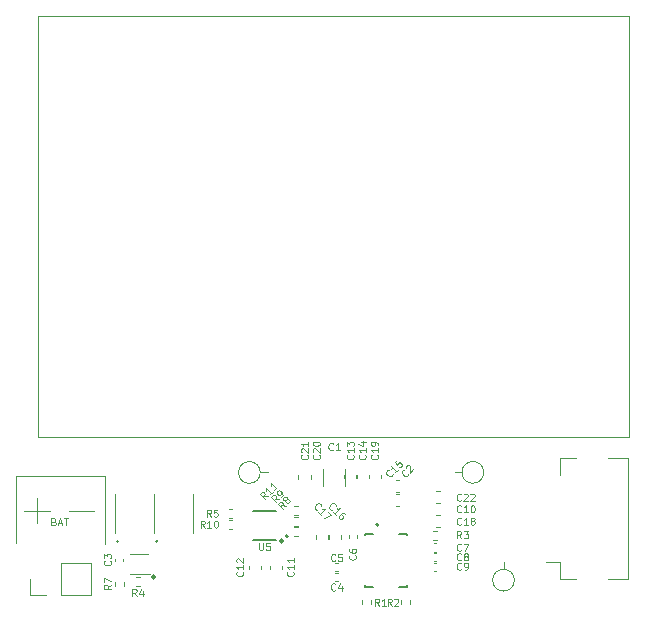
<source format=gbr>
%TF.GenerationSoftware,KiCad,Pcbnew,(5.1.8)-1*%
%TF.CreationDate,2021-09-17T09:19:24+08:00*%
%TF.ProjectId,WirelessPower,57697265-6c65-4737-9350-6f7765722e6b,rev?*%
%TF.SameCoordinates,Original*%
%TF.FileFunction,Legend,Top*%
%TF.FilePolarity,Positive*%
%FSLAX46Y46*%
G04 Gerber Fmt 4.6, Leading zero omitted, Abs format (unit mm)*
G04 Created by KiCad (PCBNEW (5.1.8)-1) date 2021-09-17 09:19:24*
%MOMM*%
%LPD*%
G01*
G04 APERTURE LIST*
%ADD10C,0.150000*%
%ADD11C,0.120000*%
%ADD12C,0.200000*%
%ADD13C,0.127000*%
%ADD14C,0.100000*%
G04 APERTURE END LIST*
D10*
X155385529Y-117850000D02*
G75*
G03*
X155385529Y-117850000I-165529J0D01*
G01*
X144555529Y-120920000D02*
G75*
G03*
X144555529Y-120920000I-165529J0D01*
G01*
D11*
X137210000Y-115290000D02*
X139370000Y-115290000D01*
X133440000Y-115290000D02*
X135600000Y-115290000D01*
X134510000Y-116370000D02*
X134510000Y-114210000D01*
X140240000Y-112320000D02*
X140240000Y-118110000D01*
X132740000Y-112320000D02*
X140240000Y-112320000D01*
X132740000Y-112320000D02*
X132740000Y-118020000D01*
X134610000Y-109080000D02*
X184610000Y-109080000D01*
X184610000Y-73390000D02*
X184610000Y-109080000D01*
X134610000Y-73390000D02*
X134610000Y-109080000D01*
X134610000Y-73390000D02*
X184610000Y-73390000D01*
D12*
%TO.C,U5*%
X155770000Y-117459999D02*
G75*
G03*
X155770000Y-117459999I-100000J0D01*
G01*
D13*
X154770000Y-115329999D02*
X152770000Y-115329999D01*
X154770000Y-117789999D02*
X152770000Y-117789999D01*
%TO.C,U2*%
X162320000Y-117380000D02*
X162320000Y-117230000D01*
X162320000Y-117230000D02*
X162970000Y-117230000D01*
X165170000Y-117230000D02*
X165820000Y-117230000D01*
X165820000Y-117230000D02*
X165820000Y-117380000D01*
X162320000Y-121580000D02*
X162320000Y-121730000D01*
X162320000Y-121730000D02*
X162970000Y-121730000D01*
X165170000Y-121730000D02*
X165820000Y-121730000D01*
X165820000Y-121730000D02*
X165820000Y-121580000D01*
D12*
X163420000Y-116480000D02*
G75*
G03*
X163420000Y-116480000I-100000J0D01*
G01*
D11*
%TO.C,C22*%
X168610580Y-113620000D02*
X168329420Y-113620000D01*
X168610580Y-114640000D02*
X168329420Y-114640000D01*
%TO.C,J6*%
X172330000Y-112050000D02*
G75*
G03*
X172330000Y-112050000I-920000J0D01*
G01*
X170490000Y-112050000D02*
X169870000Y-112050000D01*
D14*
%TO.C,C21*%
X157670000Y-112289420D02*
X157670000Y-112570580D01*
X156650000Y-112289420D02*
X156650000Y-112570580D01*
%TO.C,C20*%
X158702500Y-112289420D02*
X158702500Y-112570580D01*
X157682500Y-112289420D02*
X157682500Y-112570580D01*
%TO.C,C19*%
X163630000Y-112269420D02*
X163630000Y-112550580D01*
X162610000Y-112269420D02*
X162610000Y-112550580D01*
%TO.C,C15*%
X164879420Y-112670001D02*
X165160580Y-112670001D01*
X164879420Y-113690001D02*
X165160580Y-113690001D01*
%TO.C,C14*%
X162590000Y-112269420D02*
X162590000Y-112550580D01*
X161570000Y-112269420D02*
X161570000Y-112550580D01*
%TO.C,C13*%
X161550000Y-112279420D02*
X161550000Y-112560580D01*
X160530000Y-112279420D02*
X160530000Y-112560580D01*
%TO.C,C2*%
X164879422Y-113900000D02*
X165160582Y-113900000D01*
X164879422Y-114920000D02*
X165160582Y-114920000D01*
%TO.C,C1*%
X160560000Y-111738748D02*
X160560000Y-113161252D01*
X158740000Y-111738748D02*
X158740000Y-113161252D01*
%TO.C,J7*%
X178780000Y-119620000D02*
X177580000Y-119620000D01*
X184580000Y-110810000D02*
X182840000Y-110810000D01*
X184580000Y-121110000D02*
X184580000Y-110810000D01*
X182840000Y-121110000D02*
X184580000Y-121110000D01*
X178780000Y-110810000D02*
X180120000Y-110810000D01*
X178780000Y-112300000D02*
X178780000Y-110810000D01*
X178780000Y-121110000D02*
X180120000Y-121110000D01*
X178780000Y-119620000D02*
X178780000Y-121110000D01*
%TO.C,C18*%
X168610580Y-116710000D02*
X168329420Y-116710000D01*
X168610580Y-115690000D02*
X168329420Y-115690000D01*
%TO.C,C17*%
X159130000Y-117379420D02*
X159130000Y-117660580D01*
X158110000Y-117379420D02*
X158110000Y-117660580D01*
%TO.C,C16*%
X160290000Y-117379420D02*
X160290000Y-117660580D01*
X159270000Y-117379420D02*
X159270000Y-117660580D01*
%TO.C,C10*%
X168610580Y-115670000D02*
X168329420Y-115670000D01*
X168610580Y-114650000D02*
X168329420Y-114650000D01*
%TO.C,C9*%
X168092164Y-119690000D02*
X168307836Y-119690000D01*
X168092164Y-120410000D02*
X168307836Y-120410000D01*
%TO.C,C8*%
X168092164Y-118870000D02*
X168307836Y-118870000D01*
X168092164Y-119590000D02*
X168307836Y-119590000D01*
%TO.C,C5*%
X159772164Y-119720000D02*
X159987836Y-119720000D01*
X159772164Y-120440000D02*
X159987836Y-120440000D01*
%TO.C,C4*%
X159772164Y-120540000D02*
X159987836Y-120540000D01*
X159772164Y-121260000D02*
X159987836Y-121260000D01*
%TO.C,C7*%
X168092164Y-118050000D02*
X168307836Y-118050000D01*
X168092164Y-118770000D02*
X168307836Y-118770000D01*
%TO.C,C6*%
X161620000Y-117372164D02*
X161620000Y-117587836D01*
X160900000Y-117372164D02*
X160900000Y-117587836D01*
%TO.C,R3*%
X168056359Y-117750000D02*
X168363641Y-117750000D01*
X168056359Y-116990000D02*
X168363641Y-116990000D01*
%TO.C,TH2*%
X153410000Y-112060000D02*
X154030000Y-112060000D01*
X153410000Y-112060000D02*
G75*
G03*
X153410000Y-112060000I-920000J0D01*
G01*
%TO.C,TH1*%
X174010000Y-120260000D02*
X174010000Y-119640000D01*
X174930000Y-121180000D02*
G75*
G03*
X174930000Y-121180000I-920000J0D01*
G01*
%TO.C,R11*%
X156306358Y-115630000D02*
X156613640Y-115630000D01*
X156306358Y-114870000D02*
X156613640Y-114870000D01*
%TO.C,R10*%
X151033641Y-116079999D02*
X150726359Y-116079999D01*
X151033641Y-116839999D02*
X150726359Y-116839999D01*
%TO.C,R9*%
X156306359Y-116550000D02*
X156613641Y-116550000D01*
X156306359Y-115790000D02*
X156613641Y-115790000D01*
%TO.C,R8*%
X156306359Y-117470000D02*
X156613641Y-117470000D01*
X156306359Y-116710000D02*
X156613641Y-116710000D01*
%TO.C,R5*%
X151033641Y-115160000D02*
X150726359Y-115160000D01*
X151033641Y-115920000D02*
X150726359Y-115920000D01*
%TO.C,R2*%
X165340000Y-122896359D02*
X165340000Y-123203641D01*
X166100000Y-122896359D02*
X166100000Y-123203641D01*
%TO.C,R1*%
X162800000Y-123203640D02*
X162800000Y-122896358D01*
X162040000Y-123203640D02*
X162040000Y-122896358D01*
%TO.C,C12*%
X152430000Y-119939420D02*
X152430000Y-120220580D01*
X153450000Y-119939420D02*
X153450000Y-120220580D01*
%TO.C,C11*%
X155280000Y-120220580D02*
X155280000Y-119939420D01*
X154260000Y-120220580D02*
X154260000Y-119939420D01*
%TO.C,BAT*%
X139120000Y-122420000D02*
X139120000Y-119760000D01*
X136520000Y-122420000D02*
X139120000Y-122420000D01*
X136520000Y-119760000D02*
X139120000Y-119760000D01*
X136520000Y-122420000D02*
X136520000Y-119760000D01*
X135250000Y-122420000D02*
X133920000Y-122420000D01*
X133920000Y-122420000D02*
X133920000Y-121090000D01*
%TO.C,R7*%
X141100000Y-121633641D02*
X141100000Y-121326359D01*
X141860000Y-121633641D02*
X141860000Y-121326359D01*
%TO.C,R4*%
X142896359Y-120890000D02*
X143203641Y-120890000D01*
X142896359Y-121650000D02*
X143203641Y-121650000D01*
%TO.C,C3*%
X141110000Y-119557836D02*
X141110000Y-119342164D01*
X141830000Y-119557836D02*
X141830000Y-119342164D01*
%TO.C,U4*%
X144380000Y-117180000D02*
X144380000Y-113880000D01*
X141080000Y-117180000D02*
X141080000Y-113880000D01*
X141430000Y-117880000D02*
G75*
G03*
X141430000Y-117880000I-100000J0D01*
G01*
%TO.C,U3*%
X147690000Y-117179999D02*
X147690000Y-113879999D01*
X144390000Y-117179999D02*
X144390000Y-113879999D01*
X144740000Y-117879999D02*
G75*
G03*
X144740000Y-117879999I-100000J0D01*
G01*
%TO.C,U1*%
X143904999Y-118960000D02*
X142354999Y-118960000D01*
X144054999Y-120660000D02*
X142354999Y-120660000D01*
%TO.C,U5*%
X153312857Y-118031428D02*
X153312857Y-118517142D01*
X153341428Y-118574285D01*
X153370000Y-118602857D01*
X153427142Y-118631428D01*
X153541428Y-118631428D01*
X153598571Y-118602857D01*
X153627142Y-118574285D01*
X153655714Y-118517142D01*
X153655714Y-118031428D01*
X154227142Y-118031428D02*
X153941428Y-118031428D01*
X153912857Y-118317142D01*
X153941428Y-118288571D01*
X153998571Y-118260000D01*
X154141428Y-118260000D01*
X154198571Y-118288571D01*
X154227142Y-118317142D01*
X154255714Y-118374285D01*
X154255714Y-118517142D01*
X154227142Y-118574285D01*
X154198571Y-118602857D01*
X154141428Y-118631428D01*
X153998571Y-118631428D01*
X153941428Y-118602857D01*
X153912857Y-118574285D01*
%TO.C,C22*%
X170414285Y-114384285D02*
X170385714Y-114412857D01*
X170300000Y-114441428D01*
X170242857Y-114441428D01*
X170157142Y-114412857D01*
X170100000Y-114355714D01*
X170071428Y-114298571D01*
X170042857Y-114184285D01*
X170042857Y-114098571D01*
X170071428Y-113984285D01*
X170100000Y-113927142D01*
X170157142Y-113870000D01*
X170242857Y-113841428D01*
X170300000Y-113841428D01*
X170385714Y-113870000D01*
X170414285Y-113898571D01*
X170642857Y-113898571D02*
X170671428Y-113870000D01*
X170728571Y-113841428D01*
X170871428Y-113841428D01*
X170928571Y-113870000D01*
X170957142Y-113898571D01*
X170985714Y-113955714D01*
X170985714Y-114012857D01*
X170957142Y-114098571D01*
X170614285Y-114441428D01*
X170985714Y-114441428D01*
X171214285Y-113898571D02*
X171242857Y-113870000D01*
X171300000Y-113841428D01*
X171442857Y-113841428D01*
X171500000Y-113870000D01*
X171528571Y-113898571D01*
X171557142Y-113955714D01*
X171557142Y-114012857D01*
X171528571Y-114098571D01*
X171185714Y-114441428D01*
X171557142Y-114441428D01*
%TO.C,C21*%
X157394285Y-110585714D02*
X157422857Y-110614285D01*
X157451428Y-110700000D01*
X157451428Y-110757142D01*
X157422857Y-110842857D01*
X157365714Y-110900000D01*
X157308571Y-110928571D01*
X157194285Y-110957142D01*
X157108571Y-110957142D01*
X156994285Y-110928571D01*
X156937142Y-110900000D01*
X156880000Y-110842857D01*
X156851428Y-110757142D01*
X156851428Y-110700000D01*
X156880000Y-110614285D01*
X156908571Y-110585714D01*
X156908571Y-110357142D02*
X156880000Y-110328571D01*
X156851428Y-110271428D01*
X156851428Y-110128571D01*
X156880000Y-110071428D01*
X156908571Y-110042857D01*
X156965714Y-110014285D01*
X157022857Y-110014285D01*
X157108571Y-110042857D01*
X157451428Y-110385714D01*
X157451428Y-110014285D01*
X157451428Y-109442857D02*
X157451428Y-109785714D01*
X157451428Y-109614285D02*
X156851428Y-109614285D01*
X156937142Y-109671428D01*
X156994285Y-109728571D01*
X157022857Y-109785714D01*
%TO.C,C20*%
X158404285Y-110585714D02*
X158432857Y-110614285D01*
X158461428Y-110700000D01*
X158461428Y-110757142D01*
X158432857Y-110842857D01*
X158375714Y-110900000D01*
X158318571Y-110928571D01*
X158204285Y-110957142D01*
X158118571Y-110957142D01*
X158004285Y-110928571D01*
X157947142Y-110900000D01*
X157890000Y-110842857D01*
X157861428Y-110757142D01*
X157861428Y-110700000D01*
X157890000Y-110614285D01*
X157918571Y-110585714D01*
X157918571Y-110357142D02*
X157890000Y-110328571D01*
X157861428Y-110271428D01*
X157861428Y-110128571D01*
X157890000Y-110071428D01*
X157918571Y-110042857D01*
X157975714Y-110014285D01*
X158032857Y-110014285D01*
X158118571Y-110042857D01*
X158461428Y-110385714D01*
X158461428Y-110014285D01*
X157861428Y-109642857D02*
X157861428Y-109585714D01*
X157890000Y-109528571D01*
X157918571Y-109500000D01*
X157975714Y-109471428D01*
X158090000Y-109442857D01*
X158232857Y-109442857D01*
X158347142Y-109471428D01*
X158404285Y-109500000D01*
X158432857Y-109528571D01*
X158461428Y-109585714D01*
X158461428Y-109642857D01*
X158432857Y-109700000D01*
X158404285Y-109728571D01*
X158347142Y-109757142D01*
X158232857Y-109785714D01*
X158090000Y-109785714D01*
X157975714Y-109757142D01*
X157918571Y-109728571D01*
X157890000Y-109700000D01*
X157861428Y-109642857D01*
%TO.C,C19*%
X163324285Y-110585714D02*
X163352857Y-110614285D01*
X163381428Y-110700000D01*
X163381428Y-110757142D01*
X163352857Y-110842857D01*
X163295714Y-110900000D01*
X163238571Y-110928571D01*
X163124285Y-110957142D01*
X163038571Y-110957142D01*
X162924285Y-110928571D01*
X162867142Y-110900000D01*
X162810000Y-110842857D01*
X162781428Y-110757142D01*
X162781428Y-110700000D01*
X162810000Y-110614285D01*
X162838571Y-110585714D01*
X163381428Y-110014285D02*
X163381428Y-110357142D01*
X163381428Y-110185714D02*
X162781428Y-110185714D01*
X162867142Y-110242857D01*
X162924285Y-110300000D01*
X162952857Y-110357142D01*
X163381428Y-109728571D02*
X163381428Y-109614285D01*
X163352857Y-109557142D01*
X163324285Y-109528571D01*
X163238571Y-109471428D01*
X163124285Y-109442857D01*
X162895714Y-109442857D01*
X162838571Y-109471428D01*
X162810000Y-109500000D01*
X162781428Y-109557142D01*
X162781428Y-109671428D01*
X162810000Y-109728571D01*
X162838571Y-109757142D01*
X162895714Y-109785714D01*
X163038571Y-109785714D01*
X163095714Y-109757142D01*
X163124285Y-109728571D01*
X163152857Y-109671428D01*
X163152857Y-109557142D01*
X163124285Y-109500000D01*
X163095714Y-109471428D01*
X163038571Y-109442857D01*
%TO.C,C15*%
X164618781Y-112174264D02*
X164618781Y-112214670D01*
X164578375Y-112295482D01*
X164537969Y-112335888D01*
X164457157Y-112376294D01*
X164376345Y-112376294D01*
X164315735Y-112356091D01*
X164214720Y-112295482D01*
X164154111Y-112234873D01*
X164093502Y-112133857D01*
X164073299Y-112073248D01*
X164073299Y-111992436D01*
X164113705Y-111911624D01*
X164154111Y-111871218D01*
X164234923Y-111830812D01*
X164275329Y-111830812D01*
X165063248Y-111810609D02*
X164820812Y-112053045D01*
X164942030Y-111931827D02*
X164517766Y-111507563D01*
X164537969Y-111608578D01*
X164537969Y-111689390D01*
X164517766Y-111750000D01*
X165022842Y-111002487D02*
X164820812Y-111204517D01*
X165002639Y-111426751D01*
X165002639Y-111386345D01*
X165022842Y-111325735D01*
X165123857Y-111224720D01*
X165184467Y-111204517D01*
X165224873Y-111204517D01*
X165285482Y-111224720D01*
X165386497Y-111325735D01*
X165406700Y-111386345D01*
X165406700Y-111426751D01*
X165386497Y-111487360D01*
X165285482Y-111588375D01*
X165224873Y-111608578D01*
X165184467Y-111608578D01*
%TO.C,C14*%
X162284285Y-110585714D02*
X162312857Y-110614285D01*
X162341428Y-110700000D01*
X162341428Y-110757142D01*
X162312857Y-110842857D01*
X162255714Y-110900000D01*
X162198571Y-110928571D01*
X162084285Y-110957142D01*
X161998571Y-110957142D01*
X161884285Y-110928571D01*
X161827142Y-110900000D01*
X161770000Y-110842857D01*
X161741428Y-110757142D01*
X161741428Y-110700000D01*
X161770000Y-110614285D01*
X161798571Y-110585714D01*
X162341428Y-110014285D02*
X162341428Y-110357142D01*
X162341428Y-110185714D02*
X161741428Y-110185714D01*
X161827142Y-110242857D01*
X161884285Y-110300000D01*
X161912857Y-110357142D01*
X161941428Y-109500000D02*
X162341428Y-109500000D01*
X161712857Y-109642857D02*
X162141428Y-109785714D01*
X162141428Y-109414285D01*
%TO.C,C13*%
X161264285Y-110585714D02*
X161292857Y-110614285D01*
X161321428Y-110700000D01*
X161321428Y-110757142D01*
X161292857Y-110842857D01*
X161235714Y-110900000D01*
X161178571Y-110928571D01*
X161064285Y-110957142D01*
X160978571Y-110957142D01*
X160864285Y-110928571D01*
X160807142Y-110900000D01*
X160750000Y-110842857D01*
X160721428Y-110757142D01*
X160721428Y-110700000D01*
X160750000Y-110614285D01*
X160778571Y-110585714D01*
X161321428Y-110014285D02*
X161321428Y-110357142D01*
X161321428Y-110185714D02*
X160721428Y-110185714D01*
X160807142Y-110242857D01*
X160864285Y-110300000D01*
X160892857Y-110357142D01*
X160721428Y-109814285D02*
X160721428Y-109442857D01*
X160950000Y-109642857D01*
X160950000Y-109557142D01*
X160978571Y-109500000D01*
X161007142Y-109471428D01*
X161064285Y-109442857D01*
X161207142Y-109442857D01*
X161264285Y-109471428D01*
X161292857Y-109500000D01*
X161321428Y-109557142D01*
X161321428Y-109728571D01*
X161292857Y-109785714D01*
X161264285Y-109814285D01*
%TO.C,C2*%
X165940812Y-112162233D02*
X165940812Y-112202639D01*
X165900406Y-112283451D01*
X165859999Y-112323857D01*
X165779187Y-112364264D01*
X165698375Y-112364264D01*
X165637766Y-112344061D01*
X165536751Y-112283451D01*
X165476142Y-112222842D01*
X165415532Y-112121827D01*
X165395329Y-112061218D01*
X165395329Y-111980406D01*
X165435735Y-111899593D01*
X165476142Y-111859187D01*
X165556954Y-111818781D01*
X165597360Y-111818781D01*
X165758984Y-111657157D02*
X165758984Y-111616751D01*
X165779187Y-111556142D01*
X165880203Y-111455126D01*
X165940812Y-111434923D01*
X165981218Y-111434923D01*
X166041827Y-111455126D01*
X166082233Y-111495532D01*
X166122639Y-111576345D01*
X166122639Y-112061218D01*
X166385279Y-111798578D01*
%TO.C,C1*%
X159560000Y-110114285D02*
X159531428Y-110142857D01*
X159445714Y-110171428D01*
X159388571Y-110171428D01*
X159302857Y-110142857D01*
X159245714Y-110085714D01*
X159217142Y-110028571D01*
X159188571Y-109914285D01*
X159188571Y-109828571D01*
X159217142Y-109714285D01*
X159245714Y-109657142D01*
X159302857Y-109600000D01*
X159388571Y-109571428D01*
X159445714Y-109571428D01*
X159531428Y-109600000D01*
X159560000Y-109628571D01*
X160131428Y-110171428D02*
X159788571Y-110171428D01*
X159960000Y-110171428D02*
X159960000Y-109571428D01*
X159902857Y-109657142D01*
X159845714Y-109714285D01*
X159788571Y-109742857D01*
%TO.C,C18*%
X170424285Y-116424285D02*
X170395714Y-116452857D01*
X170310000Y-116481428D01*
X170252857Y-116481428D01*
X170167142Y-116452857D01*
X170110000Y-116395714D01*
X170081428Y-116338571D01*
X170052857Y-116224285D01*
X170052857Y-116138571D01*
X170081428Y-116024285D01*
X170110000Y-115967142D01*
X170167142Y-115910000D01*
X170252857Y-115881428D01*
X170310000Y-115881428D01*
X170395714Y-115910000D01*
X170424285Y-115938571D01*
X170995714Y-116481428D02*
X170652857Y-116481428D01*
X170824285Y-116481428D02*
X170824285Y-115881428D01*
X170767142Y-115967142D01*
X170710000Y-116024285D01*
X170652857Y-116052857D01*
X171338571Y-116138571D02*
X171281428Y-116110000D01*
X171252857Y-116081428D01*
X171224285Y-116024285D01*
X171224285Y-115995714D01*
X171252857Y-115938571D01*
X171281428Y-115910000D01*
X171338571Y-115881428D01*
X171452857Y-115881428D01*
X171510000Y-115910000D01*
X171538571Y-115938571D01*
X171567142Y-115995714D01*
X171567142Y-116024285D01*
X171538571Y-116081428D01*
X171510000Y-116110000D01*
X171452857Y-116138571D01*
X171338571Y-116138571D01*
X171281428Y-116167142D01*
X171252857Y-116195714D01*
X171224285Y-116252857D01*
X171224285Y-116367142D01*
X171252857Y-116424285D01*
X171281428Y-116452857D01*
X171338571Y-116481428D01*
X171452857Y-116481428D01*
X171510000Y-116452857D01*
X171538571Y-116424285D01*
X171567142Y-116367142D01*
X171567142Y-116252857D01*
X171538571Y-116195714D01*
X171510000Y-116167142D01*
X171452857Y-116138571D01*
%TO.C,C17*%
X158215735Y-115218781D02*
X158175329Y-115218781D01*
X158094517Y-115178375D01*
X158054111Y-115137969D01*
X158013705Y-115057157D01*
X158013705Y-114976345D01*
X158033908Y-114915735D01*
X158094517Y-114814720D01*
X158155126Y-114754111D01*
X158256142Y-114693502D01*
X158316751Y-114673299D01*
X158397563Y-114673299D01*
X158478375Y-114713705D01*
X158518781Y-114754111D01*
X158559187Y-114834923D01*
X158559187Y-114875329D01*
X158579390Y-115663248D02*
X158336954Y-115420812D01*
X158458172Y-115542030D02*
X158882436Y-115117766D01*
X158781421Y-115137969D01*
X158700609Y-115137969D01*
X158640000Y-115117766D01*
X159145076Y-115380406D02*
X159427918Y-115663248D01*
X158821827Y-115905685D01*
%TO.C,C16*%
X159465735Y-115198781D02*
X159425329Y-115198781D01*
X159344517Y-115158375D01*
X159304111Y-115117969D01*
X159263705Y-115037157D01*
X159263705Y-114956345D01*
X159283908Y-114895735D01*
X159344517Y-114794720D01*
X159405126Y-114734111D01*
X159506142Y-114673502D01*
X159566751Y-114653299D01*
X159647563Y-114653299D01*
X159728375Y-114693705D01*
X159768781Y-114734111D01*
X159809187Y-114814923D01*
X159809187Y-114855329D01*
X159829390Y-115643248D02*
X159586954Y-115400812D01*
X159708172Y-115522030D02*
X160132436Y-115097766D01*
X160031421Y-115117969D01*
X159950609Y-115117969D01*
X159890000Y-115097766D01*
X160617309Y-115582639D02*
X160536497Y-115501827D01*
X160475888Y-115481624D01*
X160435482Y-115481624D01*
X160334467Y-115501827D01*
X160233451Y-115562436D01*
X160071827Y-115724061D01*
X160051624Y-115784670D01*
X160051624Y-115825076D01*
X160071827Y-115885685D01*
X160152639Y-115966497D01*
X160213248Y-115986700D01*
X160253654Y-115986700D01*
X160314264Y-115966497D01*
X160415279Y-115865482D01*
X160435482Y-115804873D01*
X160435482Y-115764467D01*
X160415279Y-115703857D01*
X160334467Y-115623045D01*
X160273857Y-115602842D01*
X160233451Y-115602842D01*
X160172842Y-115623045D01*
%TO.C,C10*%
X170424285Y-115384285D02*
X170395714Y-115412857D01*
X170310000Y-115441428D01*
X170252857Y-115441428D01*
X170167142Y-115412857D01*
X170110000Y-115355714D01*
X170081428Y-115298571D01*
X170052857Y-115184285D01*
X170052857Y-115098571D01*
X170081428Y-114984285D01*
X170110000Y-114927142D01*
X170167142Y-114870000D01*
X170252857Y-114841428D01*
X170310000Y-114841428D01*
X170395714Y-114870000D01*
X170424285Y-114898571D01*
X170995714Y-115441428D02*
X170652857Y-115441428D01*
X170824285Y-115441428D02*
X170824285Y-114841428D01*
X170767142Y-114927142D01*
X170710000Y-114984285D01*
X170652857Y-115012857D01*
X171367142Y-114841428D02*
X171424285Y-114841428D01*
X171481428Y-114870000D01*
X171510000Y-114898571D01*
X171538571Y-114955714D01*
X171567142Y-115070000D01*
X171567142Y-115212857D01*
X171538571Y-115327142D01*
X171510000Y-115384285D01*
X171481428Y-115412857D01*
X171424285Y-115441428D01*
X171367142Y-115441428D01*
X171310000Y-115412857D01*
X171281428Y-115384285D01*
X171252857Y-115327142D01*
X171224285Y-115212857D01*
X171224285Y-115070000D01*
X171252857Y-114955714D01*
X171281428Y-114898571D01*
X171310000Y-114870000D01*
X171367142Y-114841428D01*
%TO.C,C9*%
X170424286Y-120244285D02*
X170395714Y-120272857D01*
X170310000Y-120301428D01*
X170252857Y-120301428D01*
X170167143Y-120272857D01*
X170110000Y-120215714D01*
X170081428Y-120158571D01*
X170052857Y-120044285D01*
X170052857Y-119958571D01*
X170081428Y-119844285D01*
X170110000Y-119787142D01*
X170167143Y-119730000D01*
X170252857Y-119701428D01*
X170310000Y-119701428D01*
X170395714Y-119730000D01*
X170424286Y-119758571D01*
X170710000Y-120301428D02*
X170824286Y-120301428D01*
X170881428Y-120272857D01*
X170910000Y-120244285D01*
X170967143Y-120158571D01*
X170995714Y-120044285D01*
X170995714Y-119815714D01*
X170967143Y-119758571D01*
X170938571Y-119730000D01*
X170881428Y-119701428D01*
X170767143Y-119701428D01*
X170710000Y-119730000D01*
X170681428Y-119758571D01*
X170652857Y-119815714D01*
X170652857Y-119958571D01*
X170681428Y-120015714D01*
X170710000Y-120044285D01*
X170767143Y-120072857D01*
X170881428Y-120072857D01*
X170938571Y-120044285D01*
X170967143Y-120015714D01*
X170995714Y-119958571D01*
%TO.C,C8*%
X170424286Y-119434285D02*
X170395714Y-119462857D01*
X170310000Y-119491428D01*
X170252857Y-119491428D01*
X170167143Y-119462857D01*
X170110000Y-119405714D01*
X170081428Y-119348571D01*
X170052857Y-119234285D01*
X170052857Y-119148571D01*
X170081428Y-119034285D01*
X170110000Y-118977142D01*
X170167143Y-118920000D01*
X170252857Y-118891428D01*
X170310000Y-118891428D01*
X170395714Y-118920000D01*
X170424286Y-118948571D01*
X170767143Y-119148571D02*
X170710000Y-119120000D01*
X170681428Y-119091428D01*
X170652857Y-119034285D01*
X170652857Y-119005714D01*
X170681428Y-118948571D01*
X170710000Y-118920000D01*
X170767143Y-118891428D01*
X170881428Y-118891428D01*
X170938571Y-118920000D01*
X170967143Y-118948571D01*
X170995714Y-119005714D01*
X170995714Y-119034285D01*
X170967143Y-119091428D01*
X170938571Y-119120000D01*
X170881428Y-119148571D01*
X170767143Y-119148571D01*
X170710000Y-119177142D01*
X170681428Y-119205714D01*
X170652857Y-119262857D01*
X170652857Y-119377142D01*
X170681428Y-119434285D01*
X170710000Y-119462857D01*
X170767143Y-119491428D01*
X170881428Y-119491428D01*
X170938571Y-119462857D01*
X170967143Y-119434285D01*
X170995714Y-119377142D01*
X170995714Y-119262857D01*
X170967143Y-119205714D01*
X170938571Y-119177142D01*
X170881428Y-119148571D01*
%TO.C,C5*%
X159780000Y-119504285D02*
X159751428Y-119532857D01*
X159665714Y-119561428D01*
X159608571Y-119561428D01*
X159522857Y-119532857D01*
X159465714Y-119475714D01*
X159437142Y-119418571D01*
X159408571Y-119304285D01*
X159408571Y-119218571D01*
X159437142Y-119104285D01*
X159465714Y-119047142D01*
X159522857Y-118990000D01*
X159608571Y-118961428D01*
X159665714Y-118961428D01*
X159751428Y-118990000D01*
X159780000Y-119018571D01*
X160322857Y-118961428D02*
X160037142Y-118961428D01*
X160008571Y-119247142D01*
X160037142Y-119218571D01*
X160094285Y-119190000D01*
X160237142Y-119190000D01*
X160294285Y-119218571D01*
X160322857Y-119247142D01*
X160351428Y-119304285D01*
X160351428Y-119447142D01*
X160322857Y-119504285D01*
X160294285Y-119532857D01*
X160237142Y-119561428D01*
X160094285Y-119561428D01*
X160037142Y-119532857D01*
X160008571Y-119504285D01*
%TO.C,C4*%
X159780000Y-121994285D02*
X159751428Y-122022857D01*
X159665714Y-122051428D01*
X159608571Y-122051428D01*
X159522857Y-122022857D01*
X159465714Y-121965714D01*
X159437142Y-121908571D01*
X159408571Y-121794285D01*
X159408571Y-121708571D01*
X159437142Y-121594285D01*
X159465714Y-121537142D01*
X159522857Y-121480000D01*
X159608571Y-121451428D01*
X159665714Y-121451428D01*
X159751428Y-121480000D01*
X159780000Y-121508571D01*
X160294285Y-121651428D02*
X160294285Y-122051428D01*
X160151428Y-121422857D02*
X160008571Y-121851428D01*
X160380000Y-121851428D01*
%TO.C,C7*%
X170424286Y-118624285D02*
X170395714Y-118652857D01*
X170310000Y-118681428D01*
X170252857Y-118681428D01*
X170167143Y-118652857D01*
X170110000Y-118595714D01*
X170081428Y-118538571D01*
X170052857Y-118424285D01*
X170052857Y-118338571D01*
X170081428Y-118224285D01*
X170110000Y-118167142D01*
X170167143Y-118110000D01*
X170252857Y-118081428D01*
X170310000Y-118081428D01*
X170395714Y-118110000D01*
X170424286Y-118138571D01*
X170624286Y-118081428D02*
X171024286Y-118081428D01*
X170767143Y-118681428D01*
%TO.C,C6*%
X161464285Y-119070000D02*
X161492857Y-119098571D01*
X161521428Y-119184285D01*
X161521428Y-119241428D01*
X161492857Y-119327142D01*
X161435714Y-119384285D01*
X161378571Y-119412857D01*
X161264285Y-119441428D01*
X161178571Y-119441428D01*
X161064285Y-119412857D01*
X161007142Y-119384285D01*
X160950000Y-119327142D01*
X160921428Y-119241428D01*
X160921428Y-119184285D01*
X160950000Y-119098571D01*
X160978571Y-119070000D01*
X160921428Y-118555714D02*
X160921428Y-118670000D01*
X160950000Y-118727142D01*
X160978571Y-118755714D01*
X161064285Y-118812857D01*
X161178571Y-118841428D01*
X161407142Y-118841428D01*
X161464285Y-118812857D01*
X161492857Y-118784285D01*
X161521428Y-118727142D01*
X161521428Y-118612857D01*
X161492857Y-118555714D01*
X161464285Y-118527142D01*
X161407142Y-118498571D01*
X161264285Y-118498571D01*
X161207142Y-118527142D01*
X161178571Y-118555714D01*
X161150000Y-118612857D01*
X161150000Y-118727142D01*
X161178571Y-118784285D01*
X161207142Y-118812857D01*
X161264285Y-118841428D01*
%TO.C,R3*%
X170424286Y-117621428D02*
X170224286Y-117335714D01*
X170081428Y-117621428D02*
X170081428Y-117021428D01*
X170310000Y-117021428D01*
X170367143Y-117050000D01*
X170395714Y-117078571D01*
X170424286Y-117135714D01*
X170424286Y-117221428D01*
X170395714Y-117278571D01*
X170367143Y-117307142D01*
X170310000Y-117335714D01*
X170081428Y-117335714D01*
X170624286Y-117021428D02*
X170995714Y-117021428D01*
X170795714Y-117250000D01*
X170881428Y-117250000D01*
X170938571Y-117278571D01*
X170967143Y-117307142D01*
X170995714Y-117364285D01*
X170995714Y-117507142D01*
X170967143Y-117564285D01*
X170938571Y-117592857D01*
X170881428Y-117621428D01*
X170710000Y-117621428D01*
X170652857Y-117592857D01*
X170624286Y-117564285D01*
%TO.C,R11*%
X154049187Y-114074670D02*
X153705735Y-114014061D01*
X153806751Y-114317106D02*
X153382487Y-113892842D01*
X153544111Y-113731218D01*
X153604720Y-113711015D01*
X153645126Y-113711015D01*
X153705735Y-113731218D01*
X153766345Y-113791827D01*
X153786548Y-113852436D01*
X153786548Y-113892842D01*
X153766345Y-113953451D01*
X153604720Y-114115076D01*
X154453248Y-113670609D02*
X154210812Y-113913045D01*
X154332030Y-113791827D02*
X153907766Y-113367563D01*
X153927969Y-113468578D01*
X153927969Y-113549390D01*
X153907766Y-113610000D01*
X154857309Y-113266548D02*
X154614873Y-113508984D01*
X154736091Y-113387766D02*
X154311827Y-112963502D01*
X154332030Y-113064517D01*
X154332030Y-113145329D01*
X154311827Y-113205938D01*
%TO.C,R10*%
X148704285Y-116731428D02*
X148504285Y-116445714D01*
X148361428Y-116731428D02*
X148361428Y-116131428D01*
X148590000Y-116131428D01*
X148647142Y-116160000D01*
X148675714Y-116188571D01*
X148704285Y-116245714D01*
X148704285Y-116331428D01*
X148675714Y-116388571D01*
X148647142Y-116417142D01*
X148590000Y-116445714D01*
X148361428Y-116445714D01*
X149275714Y-116731428D02*
X148932857Y-116731428D01*
X149104285Y-116731428D02*
X149104285Y-116131428D01*
X149047142Y-116217142D01*
X148990000Y-116274285D01*
X148932857Y-116302857D01*
X149647142Y-116131428D02*
X149704285Y-116131428D01*
X149761428Y-116160000D01*
X149790000Y-116188571D01*
X149818571Y-116245714D01*
X149847142Y-116360000D01*
X149847142Y-116502857D01*
X149818571Y-116617142D01*
X149790000Y-116674285D01*
X149761428Y-116702857D01*
X149704285Y-116731428D01*
X149647142Y-116731428D01*
X149590000Y-116702857D01*
X149561428Y-116674285D01*
X149532857Y-116617142D01*
X149504285Y-116502857D01*
X149504285Y-116360000D01*
X149532857Y-116245714D01*
X149561428Y-116188571D01*
X149590000Y-116160000D01*
X149647142Y-116131428D01*
%TO.C,R9*%
X155001218Y-114332639D02*
X154657766Y-114272030D01*
X154758781Y-114575076D02*
X154334517Y-114150812D01*
X154496142Y-113989187D01*
X154556751Y-113968984D01*
X154597157Y-113968984D01*
X154657766Y-113989187D01*
X154718375Y-114049796D01*
X154738578Y-114110406D01*
X154738578Y-114150812D01*
X154718375Y-114211421D01*
X154556751Y-114373045D01*
X155203248Y-114130609D02*
X155284061Y-114049796D01*
X155304264Y-113989187D01*
X155304264Y-113948781D01*
X155284061Y-113847766D01*
X155223451Y-113746751D01*
X155061827Y-113585126D01*
X155001218Y-113564923D01*
X154960812Y-113564923D01*
X154900203Y-113585126D01*
X154819390Y-113665938D01*
X154799187Y-113726548D01*
X154799187Y-113766954D01*
X154819390Y-113827563D01*
X154920406Y-113928578D01*
X154981015Y-113948781D01*
X155021421Y-113948781D01*
X155082030Y-113928578D01*
X155162842Y-113847766D01*
X155183045Y-113787157D01*
X155183045Y-113746751D01*
X155162842Y-113686142D01*
%TO.C,R8*%
X155561218Y-114892639D02*
X155217766Y-114832030D01*
X155318781Y-115135076D02*
X154894517Y-114710812D01*
X155056142Y-114549187D01*
X155116751Y-114528984D01*
X155157157Y-114528984D01*
X155217766Y-114549187D01*
X155278375Y-114609796D01*
X155298578Y-114670406D01*
X155298578Y-114710812D01*
X155278375Y-114771421D01*
X155116751Y-114933045D01*
X155561218Y-114407766D02*
X155500609Y-114427969D01*
X155460203Y-114427969D01*
X155399593Y-114407766D01*
X155379390Y-114387563D01*
X155359187Y-114326954D01*
X155359187Y-114286548D01*
X155379390Y-114225938D01*
X155460203Y-114145126D01*
X155520812Y-114124923D01*
X155561218Y-114124923D01*
X155621827Y-114145126D01*
X155642030Y-114165329D01*
X155662233Y-114225938D01*
X155662233Y-114266345D01*
X155642030Y-114326954D01*
X155561218Y-114407766D01*
X155541015Y-114468375D01*
X155541015Y-114508781D01*
X155561218Y-114569390D01*
X155642030Y-114650203D01*
X155702639Y-114670406D01*
X155743045Y-114670406D01*
X155803654Y-114650203D01*
X155884467Y-114569390D01*
X155904670Y-114508781D01*
X155904670Y-114468375D01*
X155884467Y-114407766D01*
X155803654Y-114326954D01*
X155743045Y-114306751D01*
X155702639Y-114306751D01*
X155642030Y-114326954D01*
%TO.C,R5*%
X149240000Y-115811428D02*
X149040000Y-115525714D01*
X148897142Y-115811428D02*
X148897142Y-115211428D01*
X149125714Y-115211428D01*
X149182857Y-115240000D01*
X149211428Y-115268571D01*
X149240000Y-115325714D01*
X149240000Y-115411428D01*
X149211428Y-115468571D01*
X149182857Y-115497142D01*
X149125714Y-115525714D01*
X148897142Y-115525714D01*
X149782857Y-115211428D02*
X149497142Y-115211428D01*
X149468571Y-115497142D01*
X149497142Y-115468571D01*
X149554285Y-115440000D01*
X149697142Y-115440000D01*
X149754285Y-115468571D01*
X149782857Y-115497142D01*
X149811428Y-115554285D01*
X149811428Y-115697142D01*
X149782857Y-115754285D01*
X149754285Y-115782857D01*
X149697142Y-115811428D01*
X149554285Y-115811428D01*
X149497142Y-115782857D01*
X149468571Y-115754285D01*
%TO.C,R2*%
X164540000Y-123331428D02*
X164340000Y-123045714D01*
X164197142Y-123331428D02*
X164197142Y-122731428D01*
X164425714Y-122731428D01*
X164482857Y-122760000D01*
X164511428Y-122788571D01*
X164540000Y-122845714D01*
X164540000Y-122931428D01*
X164511428Y-122988571D01*
X164482857Y-123017142D01*
X164425714Y-123045714D01*
X164197142Y-123045714D01*
X164768571Y-122788571D02*
X164797142Y-122760000D01*
X164854285Y-122731428D01*
X164997142Y-122731428D01*
X165054285Y-122760000D01*
X165082857Y-122788571D01*
X165111428Y-122845714D01*
X165111428Y-122902857D01*
X165082857Y-122988571D01*
X164740000Y-123331428D01*
X165111428Y-123331428D01*
%TO.C,R1*%
X163470000Y-123331428D02*
X163270000Y-123045714D01*
X163127142Y-123331428D02*
X163127142Y-122731428D01*
X163355714Y-122731428D01*
X163412857Y-122760000D01*
X163441428Y-122788571D01*
X163470000Y-122845714D01*
X163470000Y-122931428D01*
X163441428Y-122988571D01*
X163412857Y-123017142D01*
X163355714Y-123045714D01*
X163127142Y-123045714D01*
X164041428Y-123331428D02*
X163698571Y-123331428D01*
X163870000Y-123331428D02*
X163870000Y-122731428D01*
X163812857Y-122817142D01*
X163755714Y-122874285D01*
X163698571Y-122902857D01*
%TO.C,C12*%
X151934285Y-120465714D02*
X151962857Y-120494285D01*
X151991428Y-120580000D01*
X151991428Y-120637142D01*
X151962857Y-120722857D01*
X151905714Y-120780000D01*
X151848571Y-120808571D01*
X151734285Y-120837142D01*
X151648571Y-120837142D01*
X151534285Y-120808571D01*
X151477142Y-120780000D01*
X151420000Y-120722857D01*
X151391428Y-120637142D01*
X151391428Y-120580000D01*
X151420000Y-120494285D01*
X151448571Y-120465714D01*
X151991428Y-119894285D02*
X151991428Y-120237142D01*
X151991428Y-120065714D02*
X151391428Y-120065714D01*
X151477142Y-120122857D01*
X151534285Y-120180000D01*
X151562857Y-120237142D01*
X151448571Y-119665714D02*
X151420000Y-119637142D01*
X151391428Y-119580000D01*
X151391428Y-119437142D01*
X151420000Y-119380000D01*
X151448571Y-119351428D01*
X151505714Y-119322857D01*
X151562857Y-119322857D01*
X151648571Y-119351428D01*
X151991428Y-119694285D01*
X151991428Y-119322857D01*
%TO.C,C11*%
X156194285Y-120445714D02*
X156222857Y-120474285D01*
X156251428Y-120560000D01*
X156251428Y-120617142D01*
X156222857Y-120702857D01*
X156165714Y-120760000D01*
X156108571Y-120788571D01*
X155994285Y-120817142D01*
X155908571Y-120817142D01*
X155794285Y-120788571D01*
X155737142Y-120760000D01*
X155680000Y-120702857D01*
X155651428Y-120617142D01*
X155651428Y-120560000D01*
X155680000Y-120474285D01*
X155708571Y-120445714D01*
X156251428Y-119874285D02*
X156251428Y-120217142D01*
X156251428Y-120045714D02*
X155651428Y-120045714D01*
X155737142Y-120102857D01*
X155794285Y-120160000D01*
X155822857Y-120217142D01*
X156251428Y-119302857D02*
X156251428Y-119645714D01*
X156251428Y-119474285D02*
X155651428Y-119474285D01*
X155737142Y-119531428D01*
X155794285Y-119588571D01*
X155822857Y-119645714D01*
%TO.C,BAT*%
X135937142Y-116217142D02*
X136022857Y-116245714D01*
X136051428Y-116274285D01*
X136080000Y-116331428D01*
X136080000Y-116417142D01*
X136051428Y-116474285D01*
X136022857Y-116502857D01*
X135965714Y-116531428D01*
X135737142Y-116531428D01*
X135737142Y-115931428D01*
X135937142Y-115931428D01*
X135994285Y-115960000D01*
X136022857Y-115988571D01*
X136051428Y-116045714D01*
X136051428Y-116102857D01*
X136022857Y-116160000D01*
X135994285Y-116188571D01*
X135937142Y-116217142D01*
X135737142Y-116217142D01*
X136308571Y-116360000D02*
X136594285Y-116360000D01*
X136251428Y-116531428D02*
X136451428Y-115931428D01*
X136651428Y-116531428D01*
X136765714Y-115931428D02*
X137108571Y-115931428D01*
X136937142Y-116531428D02*
X136937142Y-115931428D01*
%TO.C,R7*%
X140791428Y-121570000D02*
X140505714Y-121770000D01*
X140791428Y-121912857D02*
X140191428Y-121912857D01*
X140191428Y-121684285D01*
X140220000Y-121627142D01*
X140248571Y-121598571D01*
X140305714Y-121570000D01*
X140391428Y-121570000D01*
X140448571Y-121598571D01*
X140477142Y-121627142D01*
X140505714Y-121684285D01*
X140505714Y-121912857D01*
X140191428Y-121370000D02*
X140191428Y-120970000D01*
X140791428Y-121227142D01*
%TO.C,R4*%
X142940000Y-122511428D02*
X142740000Y-122225714D01*
X142597142Y-122511428D02*
X142597142Y-121911428D01*
X142825714Y-121911428D01*
X142882857Y-121940000D01*
X142911428Y-121968571D01*
X142940000Y-122025714D01*
X142940000Y-122111428D01*
X142911428Y-122168571D01*
X142882857Y-122197142D01*
X142825714Y-122225714D01*
X142597142Y-122225714D01*
X143454285Y-122111428D02*
X143454285Y-122511428D01*
X143311428Y-121882857D02*
X143168571Y-122311428D01*
X143540000Y-122311428D01*
%TO.C,C3*%
X140734285Y-119540000D02*
X140762857Y-119568571D01*
X140791428Y-119654285D01*
X140791428Y-119711428D01*
X140762857Y-119797142D01*
X140705714Y-119854285D01*
X140648571Y-119882857D01*
X140534285Y-119911428D01*
X140448571Y-119911428D01*
X140334285Y-119882857D01*
X140277142Y-119854285D01*
X140220000Y-119797142D01*
X140191428Y-119711428D01*
X140191428Y-119654285D01*
X140220000Y-119568571D01*
X140248571Y-119540000D01*
X140191428Y-119340000D02*
X140191428Y-118968571D01*
X140420000Y-119168571D01*
X140420000Y-119082857D01*
X140448571Y-119025714D01*
X140477142Y-118997142D01*
X140534285Y-118968571D01*
X140677142Y-118968571D01*
X140734285Y-118997142D01*
X140762857Y-119025714D01*
X140791428Y-119082857D01*
X140791428Y-119254285D01*
X140762857Y-119311428D01*
X140734285Y-119340000D01*
%TD*%
M02*

</source>
